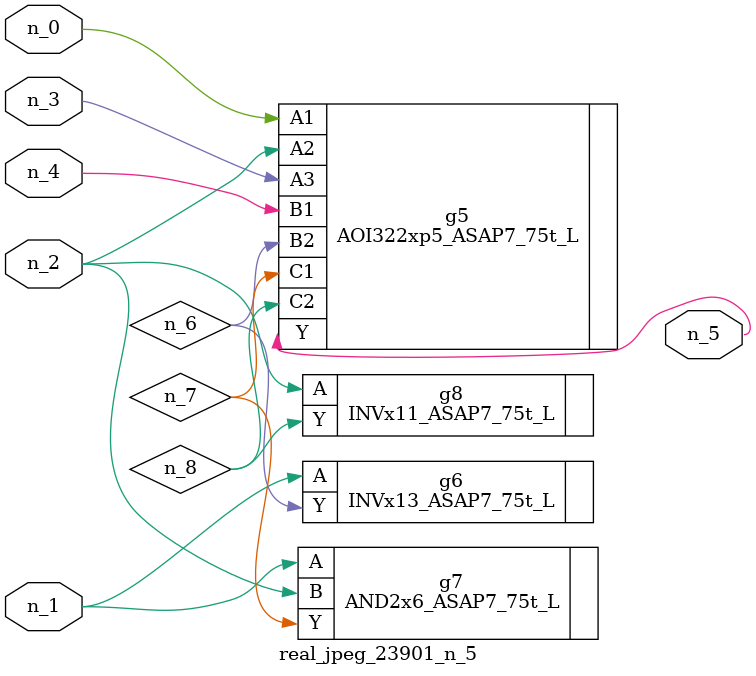
<source format=v>
module real_jpeg_23901_n_5 (n_4, n_0, n_1, n_2, n_3, n_5);

input n_4;
input n_0;
input n_1;
input n_2;
input n_3;

output n_5;

wire n_8;
wire n_6;
wire n_7;

AOI322xp5_ASAP7_75t_L g5 ( 
.A1(n_0),
.A2(n_2),
.A3(n_3),
.B1(n_4),
.B2(n_6),
.C1(n_7),
.C2(n_8),
.Y(n_5)
);

INVx13_ASAP7_75t_L g6 ( 
.A(n_1),
.Y(n_6)
);

AND2x6_ASAP7_75t_L g7 ( 
.A(n_1),
.B(n_2),
.Y(n_7)
);

INVx11_ASAP7_75t_L g8 ( 
.A(n_2),
.Y(n_8)
);


endmodule
</source>
